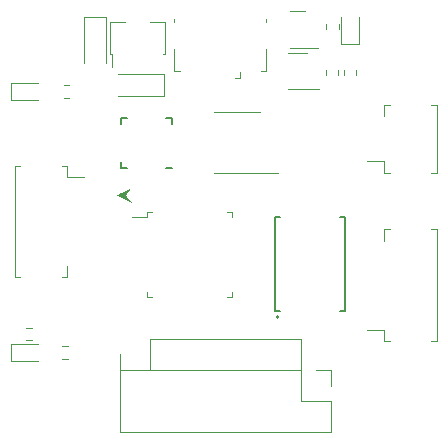
<source format=gbr>
%TF.GenerationSoftware,KiCad,Pcbnew,(6.0.0)*%
%TF.CreationDate,2022-05-23T22:47:49+07:00*%
%TF.ProjectId,MINI-FC,4d494e49-2d46-4432-9e6b-696361645f70,rev?*%
%TF.SameCoordinates,Original*%
%TF.FileFunction,Legend,Top*%
%TF.FilePolarity,Positive*%
%FSLAX46Y46*%
G04 Gerber Fmt 4.6, Leading zero omitted, Abs format (unit mm)*
G04 Created by KiCad (PCBNEW (6.0.0)) date 2022-05-23 22:47:49*
%MOMM*%
%LPD*%
G01*
G04 APERTURE LIST*
%ADD10C,0.120000*%
%ADD11C,0.200000*%
%ADD12C,0.150000*%
G04 APERTURE END LIST*
D10*
%TO.C,U4*%
X119200000Y-74060000D02*
X122650000Y-74060000D01*
X119200000Y-74060000D02*
X117250000Y-74060000D01*
X119200000Y-68940000D02*
X121150000Y-68940000D01*
X119200000Y-68940000D02*
X117250000Y-68940000D01*
%TO.C,R4*%
X126777500Y-61937258D02*
X126777500Y-61462742D01*
X127822500Y-61937258D02*
X127822500Y-61462742D01*
%TO.C,G\u002A\u002A\u002A*%
G36*
X110284406Y-75365940D02*
G01*
X110284445Y-75366278D01*
X110281738Y-75370027D01*
X110273885Y-75380216D01*
X110261285Y-75396338D01*
X110244340Y-75417886D01*
X110223449Y-75444355D01*
X110199014Y-75475237D01*
X110171435Y-75510027D01*
X110141113Y-75548218D01*
X110108447Y-75589304D01*
X110073839Y-75632778D01*
X110046049Y-75667651D01*
X110010127Y-75712708D01*
X109975761Y-75755816D01*
X109943359Y-75796463D01*
X109913329Y-75834136D01*
X109886080Y-75868323D01*
X109862020Y-75898511D01*
X109841558Y-75924188D01*
X109825102Y-75944841D01*
X109813061Y-75959957D01*
X109805844Y-75969025D01*
X109803836Y-75971554D01*
X109805869Y-75975944D01*
X109813409Y-75987060D01*
X109826336Y-76004749D01*
X109844532Y-76028855D01*
X109867877Y-76059225D01*
X109896252Y-76095702D01*
X109929538Y-76138134D01*
X109967614Y-76186365D01*
X110010362Y-76240240D01*
X110040604Y-76278221D01*
X110076721Y-76323525D01*
X110111307Y-76366909D01*
X110143951Y-76407857D01*
X110174245Y-76445859D01*
X110201781Y-76480399D01*
X110226148Y-76510967D01*
X110246939Y-76537047D01*
X110263743Y-76558129D01*
X110276153Y-76573697D01*
X110283759Y-76583240D01*
X110286112Y-76586194D01*
X110286171Y-76588541D01*
X110279225Y-76586264D01*
X110273297Y-76583432D01*
X110267329Y-76580510D01*
X110253803Y-76573946D01*
X110233167Y-76563958D01*
X110205871Y-76550760D01*
X110172364Y-76534572D01*
X110133094Y-76515608D01*
X110088511Y-76494087D01*
X110039063Y-76470224D01*
X109985201Y-76444237D01*
X109927373Y-76416341D01*
X109866028Y-76386755D01*
X109801615Y-76355695D01*
X109734583Y-76323377D01*
X109665382Y-76290018D01*
X109640000Y-76277784D01*
X109570392Y-76244224D01*
X109502957Y-76211694D01*
X109438130Y-76180404D01*
X109376347Y-76150565D01*
X109318044Y-76122390D01*
X109263656Y-76096087D01*
X109213619Y-76071869D01*
X109168369Y-76049947D01*
X109128341Y-76030531D01*
X109093971Y-76013833D01*
X109065695Y-76000063D01*
X109043948Y-75989432D01*
X109029166Y-75982152D01*
X109021784Y-75978433D01*
X109021002Y-75977991D01*
X109024548Y-75975751D01*
X109035681Y-75969869D01*
X109053978Y-75960553D01*
X109079013Y-75948011D01*
X109110362Y-75932452D01*
X109147600Y-75914083D01*
X109190304Y-75893112D01*
X109238047Y-75869747D01*
X109290407Y-75844196D01*
X109346958Y-75816667D01*
X109407275Y-75787367D01*
X109470935Y-75756505D01*
X109537512Y-75724288D01*
X109606583Y-75690924D01*
X109647669Y-75671106D01*
X109718095Y-75637152D01*
X109786352Y-75604242D01*
X109852010Y-75572585D01*
X109914638Y-75542387D01*
X109973805Y-75513857D01*
X110029083Y-75487201D01*
X110080039Y-75462627D01*
X110126245Y-75440344D01*
X110167270Y-75420557D01*
X110202684Y-75403475D01*
X110232055Y-75389306D01*
X110254955Y-75378256D01*
X110270953Y-75370533D01*
X110279619Y-75366345D01*
X110281112Y-75365620D01*
X110284406Y-75365940D01*
G37*
%TO.C,R5*%
X105012258Y-67722500D02*
X104537742Y-67722500D01*
X105012258Y-66677500D02*
X104537742Y-66677500D01*
%TO.C,PWR1*%
X127205000Y-95995000D02*
X109305000Y-95995000D01*
X124605000Y-90795000D02*
X109305000Y-90795000D01*
X127205000Y-93395000D02*
X127205000Y-95995000D01*
X124605000Y-93395000D02*
X127205000Y-93395000D01*
X125875000Y-90795000D02*
X127205000Y-90795000D01*
X124605000Y-90795000D02*
X124605000Y-93395000D01*
X127205000Y-90795000D02*
X127205000Y-92125000D01*
X109305000Y-90795000D02*
X109305000Y-95995000D01*
%TO.C,C16*%
X113060000Y-67535000D02*
X113060000Y-65665000D01*
X109150000Y-67535000D02*
X113060000Y-67535000D01*
X113060000Y-65665000D02*
X109150000Y-65665000D01*
%TO.C,R16*%
X128240000Y-65337742D02*
X128240000Y-65812258D01*
X129285000Y-65337742D02*
X129285000Y-65812258D01*
D11*
%TO.C,U2*%
X122400000Y-77800000D02*
X122900000Y-77800000D01*
X128400000Y-85800000D02*
X128400000Y-77800000D01*
X122900000Y-85800000D02*
X122400000Y-85800000D01*
X122400000Y-85800000D02*
X122400000Y-77800000D01*
X127900000Y-85800000D02*
X128400000Y-85800000D01*
X128400000Y-77800000D02*
X127900000Y-77800000D01*
X122750000Y-86300000D02*
G75*
G03*
X122750000Y-86300000I-100000J0D01*
G01*
D10*
%TO.C,U1*%
X112040000Y-77390000D02*
X111590000Y-77390000D01*
X118360000Y-84610000D02*
X118810000Y-84610000D01*
X111590000Y-77390000D02*
X111590000Y-77840000D01*
X118360000Y-77390000D02*
X118810000Y-77390000D01*
X118810000Y-84610000D02*
X118810000Y-84160000D01*
X111590000Y-77840000D02*
X110300000Y-77840000D01*
X118810000Y-77390000D02*
X118810000Y-77840000D01*
X112040000Y-84610000D02*
X111590000Y-84610000D01*
X111590000Y-84610000D02*
X111590000Y-84160000D01*
%TO.C,U5*%
X108670000Y-65150000D02*
X108670000Y-64010000D01*
X108440000Y-64010000D02*
X108670000Y-64010000D01*
X111850000Y-61290000D02*
X113160000Y-61290000D01*
X113160000Y-64010000D02*
X112930000Y-64010000D01*
X108440000Y-64010000D02*
X108440000Y-61290000D01*
X113160000Y-61290000D02*
X113160000Y-64010000D01*
X108440000Y-61290000D02*
X109750000Y-61290000D01*
D12*
%TO.C,U3*%
X109400000Y-73700000D02*
X109925000Y-73700000D01*
X109400000Y-69400000D02*
X109925000Y-69400000D01*
X113700000Y-69400000D02*
X113175000Y-69400000D01*
X109400000Y-73700000D02*
X109400000Y-73175000D01*
X113700000Y-73700000D02*
X113175000Y-73700000D01*
X113700000Y-69400000D02*
X113700000Y-69925000D01*
X109400000Y-69400000D02*
X109400000Y-69925000D01*
D10*
%TO.C,Q1*%
X124362500Y-63510000D02*
X123712500Y-63510000D01*
X124362500Y-63510000D02*
X126037500Y-63510000D01*
X124362500Y-60390000D02*
X123712500Y-60390000D01*
X124362500Y-60390000D02*
X125012500Y-60390000D01*
%TO.C,RCIN2*%
X136110000Y-78865000D02*
X135660000Y-78865000D01*
X136110000Y-88335000D02*
X136110000Y-78865000D01*
X132140000Y-88335000D02*
X131690000Y-88335000D01*
X132140000Y-78865000D02*
X131690000Y-78865000D01*
X131690000Y-87385000D02*
X130200000Y-87385000D01*
X135660000Y-88335000D02*
X136110000Y-88335000D01*
X131690000Y-88335000D02*
X131690000Y-87385000D01*
X131690000Y-78865000D02*
X131690000Y-79815000D01*
%TO.C,PPM1*%
X131690000Y-73110000D02*
X130200000Y-73110000D01*
X131690000Y-74060000D02*
X131690000Y-73110000D01*
X132140000Y-74060000D02*
X131690000Y-74060000D01*
X136110000Y-68340000D02*
X135660000Y-68340000D01*
X132140000Y-68340000D02*
X131690000Y-68340000D01*
X131690000Y-68340000D02*
X131690000Y-69290000D01*
X135660000Y-74060000D02*
X136110000Y-74060000D01*
X136110000Y-74060000D02*
X136110000Y-68340000D01*
%TO.C,D1*%
X128065000Y-60887500D02*
X128065000Y-63172500D01*
X129535000Y-63172500D02*
X129535000Y-60887500D01*
X128065000Y-63172500D02*
X129535000Y-63172500D01*
%TO.C,R6*%
X104912258Y-89822500D02*
X104437742Y-89822500D01*
X104912258Y-88777500D02*
X104437742Y-88777500D01*
%TO.C,U6*%
X124362500Y-67010000D02*
X123562500Y-67010000D01*
X124362500Y-63890000D02*
X123562500Y-63890000D01*
X124362500Y-67010000D02*
X126162500Y-67010000D01*
X124362500Y-63890000D02*
X125162500Y-63890000D01*
%TO.C,D3*%
X102400000Y-88565000D02*
X100115000Y-88565000D01*
X100115000Y-88565000D02*
X100115000Y-90035000D01*
X100115000Y-90035000D02*
X102400000Y-90035000D01*
%TO.C,R1*%
X101387742Y-87177500D02*
X101862258Y-87177500D01*
X101387742Y-88222500D02*
X101862258Y-88222500D01*
%TO.C,RCIN1*%
X100390000Y-82935000D02*
X100840000Y-82935000D01*
X104810000Y-74415000D02*
X106300000Y-74415000D01*
X100840000Y-73465000D02*
X100390000Y-73465000D01*
X104810000Y-73465000D02*
X104810000Y-74415000D01*
X104360000Y-73465000D02*
X104810000Y-73465000D01*
X104810000Y-82935000D02*
X104810000Y-81985000D01*
X104360000Y-82935000D02*
X104810000Y-82935000D01*
X100390000Y-73465000D02*
X100390000Y-82935000D01*
%TO.C,PWM_SIG1*%
X124630000Y-90780000D02*
X124630000Y-88120000D01*
X111870000Y-90780000D02*
X124630000Y-90780000D01*
X109270000Y-90780000D02*
X109270000Y-89450000D01*
X111870000Y-90780000D02*
X111870000Y-88120000D01*
X110600000Y-90780000D02*
X109270000Y-90780000D01*
X111870000Y-88120000D02*
X124630000Y-88120000D01*
%TO.C,D2*%
X100115000Y-66465000D02*
X100115000Y-67935000D01*
X102400000Y-66465000D02*
X100115000Y-66465000D01*
X100115000Y-67935000D02*
X102400000Y-67935000D01*
%TO.C,C17*%
X108135000Y-64750000D02*
X108135000Y-60840000D01*
X106265000Y-60840000D02*
X106265000Y-64750000D01*
X108135000Y-60840000D02*
X106265000Y-60840000D01*
%TO.C,R17*%
X127785000Y-65812258D02*
X127785000Y-65337742D01*
X126740000Y-65812258D02*
X126740000Y-65337742D01*
%TO.C,J1*%
X113900000Y-65462500D02*
X114350000Y-65462500D01*
X121700000Y-65462500D02*
X121250000Y-65462500D01*
X121700000Y-61062500D02*
X121700000Y-61312500D01*
X113900000Y-63612500D02*
X113900000Y-65462500D01*
X121700000Y-63612500D02*
X121700000Y-65462500D01*
X119500000Y-66012500D02*
X119500000Y-65562500D01*
X113900000Y-61062500D02*
X113900000Y-61312500D01*
X119500000Y-66012500D02*
X119050000Y-66012500D01*
%TD*%
M02*

</source>
